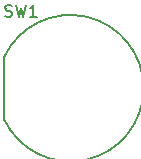
<source format=gbr>
%TF.GenerationSoftware,KiCad,Pcbnew,8.0.3*%
%TF.CreationDate,2024-06-14T06:39:36-05:00*%
%TF.ProjectId,Power Button Board,506f7765-7220-4427-9574-746f6e20426f,rev?*%
%TF.SameCoordinates,Original*%
%TF.FileFunction,Legend,Top*%
%TF.FilePolarity,Positive*%
%FSLAX46Y46*%
G04 Gerber Fmt 4.6, Leading zero omitted, Abs format (unit mm)*
G04 Created by KiCad (PCBNEW 8.0.3) date 2024-06-14 06:39:36*
%MOMM*%
%LPD*%
G01*
G04 APERTURE LIST*
%ADD10C,0.160000*%
%ADD11C,0.150000*%
G04 APERTURE END LIST*
D10*
X139966667Y-103906680D02*
X140109524Y-103954299D01*
X140109524Y-103954299D02*
X140347619Y-103954299D01*
X140347619Y-103954299D02*
X140442857Y-103906680D01*
X140442857Y-103906680D02*
X140490476Y-103859060D01*
X140490476Y-103859060D02*
X140538095Y-103763822D01*
X140538095Y-103763822D02*
X140538095Y-103668584D01*
X140538095Y-103668584D02*
X140490476Y-103573346D01*
X140490476Y-103573346D02*
X140442857Y-103525727D01*
X140442857Y-103525727D02*
X140347619Y-103478108D01*
X140347619Y-103478108D02*
X140157143Y-103430489D01*
X140157143Y-103430489D02*
X140061905Y-103382870D01*
X140061905Y-103382870D02*
X140014286Y-103335251D01*
X140014286Y-103335251D02*
X139966667Y-103240013D01*
X139966667Y-103240013D02*
X139966667Y-103144775D01*
X139966667Y-103144775D02*
X140014286Y-103049537D01*
X140014286Y-103049537D02*
X140061905Y-103001918D01*
X140061905Y-103001918D02*
X140157143Y-102954299D01*
X140157143Y-102954299D02*
X140395238Y-102954299D01*
X140395238Y-102954299D02*
X140538095Y-103001918D01*
X140871429Y-102954299D02*
X141109524Y-103954299D01*
X141109524Y-103954299D02*
X141300000Y-103240013D01*
X141300000Y-103240013D02*
X141490476Y-103954299D01*
X141490476Y-103954299D02*
X141728572Y-102954299D01*
X142633333Y-103954299D02*
X142061905Y-103954299D01*
X142347619Y-103954299D02*
X142347619Y-102954299D01*
X142347619Y-102954299D02*
X142252381Y-103097156D01*
X142252381Y-103097156D02*
X142157143Y-103192394D01*
X142157143Y-103192394D02*
X142061905Y-103240013D01*
D11*
%TO.C,SW1*%
X139900000Y-107339173D02*
X139900000Y-112660827D01*
X139900000Y-107339173D02*
G75*
G02*
X139900000Y-112660827I5600000J-2660827D01*
G01*
%TD*%
M02*

</source>
